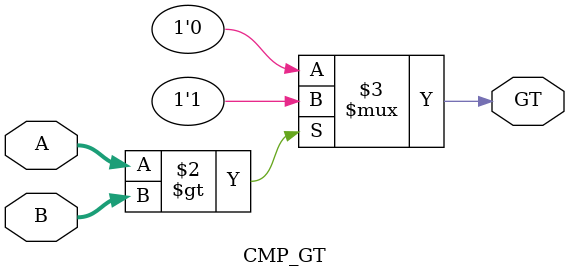
<source format=v>
`timescale 1ns / 1ps


module CMP_GT #(parameter Data_Width = 4)(
    input [Data_Width - 1:0] A, B,
    output reg GT);
    
    always @ (A or B)
        begin
        
           // GT = (A > B) ? 1'b1 : 1'b0;
            GT <= 1'b0;
            
            if (A > B)
                GT <= 1'b1;
        end

endmodule

</source>
